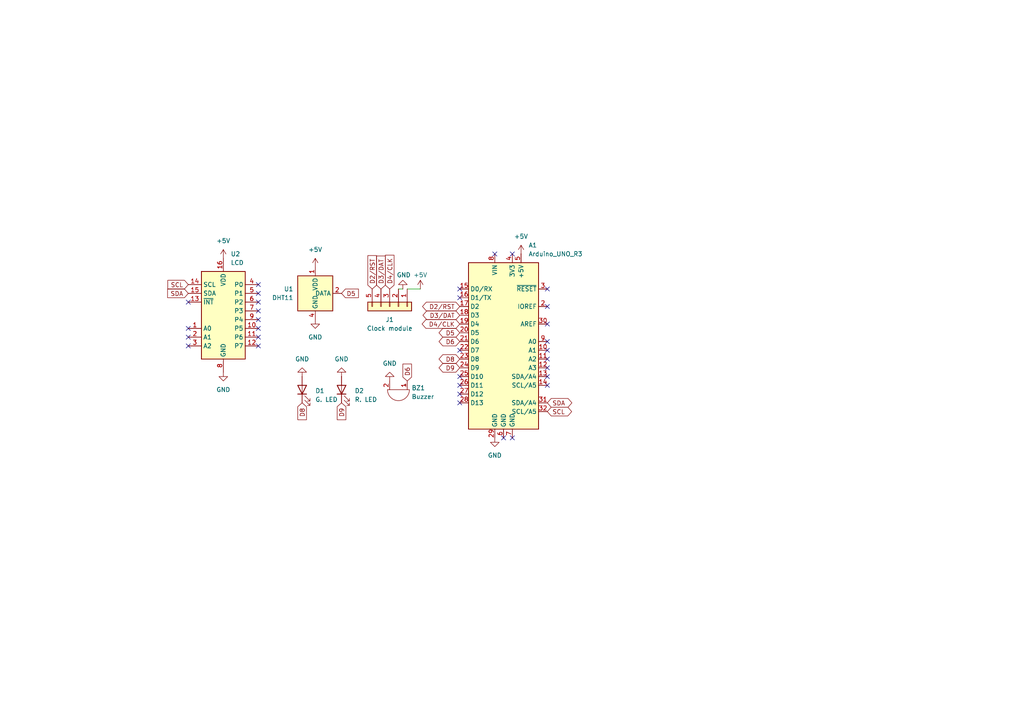
<source format=kicad_sch>
(kicad_sch
	(version 20250114)
	(generator "eeschema")
	(generator_version "9.0")
	(uuid "ac694b95-b26f-4096-a207-e68e4f432010")
	(paper "A4")
	(lib_symbols
		(symbol "Connector_Generic:Conn_01x05"
			(pin_names
				(offset 1.016)
				(hide yes)
			)
			(exclude_from_sim no)
			(in_bom yes)
			(on_board yes)
			(property "Reference" "J"
				(at 0 7.62 0)
				(effects
					(font
						(size 1.27 1.27)
					)
				)
			)
			(property "Value" "Conn_01x05"
				(at 0 -7.62 0)
				(effects
					(font
						(size 1.27 1.27)
					)
				)
			)
			(property "Footprint" ""
				(at 0 0 0)
				(effects
					(font
						(size 1.27 1.27)
					)
					(hide yes)
				)
			)
			(property "Datasheet" "~"
				(at 0 0 0)
				(effects
					(font
						(size 1.27 1.27)
					)
					(hide yes)
				)
			)
			(property "Description" "Generic connector, single row, 01x05, script generated (kicad-library-utils/schlib/autogen/connector/)"
				(at 0 0 0)
				(effects
					(font
						(size 1.27 1.27)
					)
					(hide yes)
				)
			)
			(property "ki_keywords" "connector"
				(at 0 0 0)
				(effects
					(font
						(size 1.27 1.27)
					)
					(hide yes)
				)
			)
			(property "ki_fp_filters" "Connector*:*_1x??_*"
				(at 0 0 0)
				(effects
					(font
						(size 1.27 1.27)
					)
					(hide yes)
				)
			)
			(symbol "Conn_01x05_1_1"
				(rectangle
					(start -1.27 6.35)
					(end 1.27 -6.35)
					(stroke
						(width 0.254)
						(type default)
					)
					(fill
						(type background)
					)
				)
				(rectangle
					(start -1.27 5.207)
					(end 0 4.953)
					(stroke
						(width 0.1524)
						(type default)
					)
					(fill
						(type none)
					)
				)
				(rectangle
					(start -1.27 2.667)
					(end 0 2.413)
					(stroke
						(width 0.1524)
						(type default)
					)
					(fill
						(type none)
					)
				)
				(rectangle
					(start -1.27 0.127)
					(end 0 -0.127)
					(stroke
						(width 0.1524)
						(type default)
					)
					(fill
						(type none)
					)
				)
				(rectangle
					(start -1.27 -2.413)
					(end 0 -2.667)
					(stroke
						(width 0.1524)
						(type default)
					)
					(fill
						(type none)
					)
				)
				(rectangle
					(start -1.27 -4.953)
					(end 0 -5.207)
					(stroke
						(width 0.1524)
						(type default)
					)
					(fill
						(type none)
					)
				)
				(pin passive line
					(at -5.08 5.08 0)
					(length 3.81)
					(name "Pin_1"
						(effects
							(font
								(size 1.27 1.27)
							)
						)
					)
					(number "1"
						(effects
							(font
								(size 1.27 1.27)
							)
						)
					)
				)
				(pin passive line
					(at -5.08 2.54 0)
					(length 3.81)
					(name "Pin_2"
						(effects
							(font
								(size 1.27 1.27)
							)
						)
					)
					(number "2"
						(effects
							(font
								(size 1.27 1.27)
							)
						)
					)
				)
				(pin passive line
					(at -5.08 0 0)
					(length 3.81)
					(name "Pin_3"
						(effects
							(font
								(size 1.27 1.27)
							)
						)
					)
					(number "3"
						(effects
							(font
								(size 1.27 1.27)
							)
						)
					)
				)
				(pin passive line
					(at -5.08 -2.54 0)
					(length 3.81)
					(name "Pin_4"
						(effects
							(font
								(size 1.27 1.27)
							)
						)
					)
					(number "4"
						(effects
							(font
								(size 1.27 1.27)
							)
						)
					)
				)
				(pin passive line
					(at -5.08 -5.08 0)
					(length 3.81)
					(name "Pin_5"
						(effects
							(font
								(size 1.27 1.27)
							)
						)
					)
					(number "5"
						(effects
							(font
								(size 1.27 1.27)
							)
						)
					)
				)
			)
			(embedded_fonts no)
		)
		(symbol "Device:Buzzer"
			(pin_names
				(offset 0.0254)
				(hide yes)
			)
			(exclude_from_sim no)
			(in_bom yes)
			(on_board yes)
			(property "Reference" "BZ"
				(at 3.81 1.27 0)
				(effects
					(font
						(size 1.27 1.27)
					)
					(justify left)
				)
			)
			(property "Value" "Buzzer"
				(at 3.81 -1.27 0)
				(effects
					(font
						(size 1.27 1.27)
					)
					(justify left)
				)
			)
			(property "Footprint" ""
				(at -0.635 2.54 90)
				(effects
					(font
						(size 1.27 1.27)
					)
					(hide yes)
				)
			)
			(property "Datasheet" "~"
				(at -0.635 2.54 90)
				(effects
					(font
						(size 1.27 1.27)
					)
					(hide yes)
				)
			)
			(property "Description" "Buzzer, polarized"
				(at 0 0 0)
				(effects
					(font
						(size 1.27 1.27)
					)
					(hide yes)
				)
			)
			(property "ki_keywords" "quartz resonator ceramic"
				(at 0 0 0)
				(effects
					(font
						(size 1.27 1.27)
					)
					(hide yes)
				)
			)
			(property "ki_fp_filters" "*Buzzer*"
				(at 0 0 0)
				(effects
					(font
						(size 1.27 1.27)
					)
					(hide yes)
				)
			)
			(symbol "Buzzer_0_1"
				(polyline
					(pts
						(xy -1.651 1.905) (xy -1.143 1.905)
					)
					(stroke
						(width 0)
						(type default)
					)
					(fill
						(type none)
					)
				)
				(polyline
					(pts
						(xy -1.397 2.159) (xy -1.397 1.651)
					)
					(stroke
						(width 0)
						(type default)
					)
					(fill
						(type none)
					)
				)
				(arc
					(start 0 3.175)
					(mid 3.1612 0)
					(end 0 -3.175)
					(stroke
						(width 0)
						(type default)
					)
					(fill
						(type none)
					)
				)
				(polyline
					(pts
						(xy 0 3.175) (xy 0 -3.175)
					)
					(stroke
						(width 0)
						(type default)
					)
					(fill
						(type none)
					)
				)
			)
			(symbol "Buzzer_1_1"
				(pin passive line
					(at -2.54 2.54 0)
					(length 2.54)
					(name "+"
						(effects
							(font
								(size 1.27 1.27)
							)
						)
					)
					(number "1"
						(effects
							(font
								(size 1.27 1.27)
							)
						)
					)
				)
				(pin passive line
					(at -2.54 -2.54 0)
					(length 2.54)
					(name "-"
						(effects
							(font
								(size 1.27 1.27)
							)
						)
					)
					(number "2"
						(effects
							(font
								(size 1.27 1.27)
							)
						)
					)
				)
			)
			(embedded_fonts no)
		)
		(symbol "Device:LED"
			(pin_numbers
				(hide yes)
			)
			(pin_names
				(offset 1.016)
				(hide yes)
			)
			(exclude_from_sim no)
			(in_bom yes)
			(on_board yes)
			(property "Reference" "D"
				(at 0 2.54 0)
				(effects
					(font
						(size 1.27 1.27)
					)
				)
			)
			(property "Value" "LED"
				(at 0 -2.54 0)
				(effects
					(font
						(size 1.27 1.27)
					)
				)
			)
			(property "Footprint" ""
				(at 0 0 0)
				(effects
					(font
						(size 1.27 1.27)
					)
					(hide yes)
				)
			)
			(property "Datasheet" "~"
				(at 0 0 0)
				(effects
					(font
						(size 1.27 1.27)
					)
					(hide yes)
				)
			)
			(property "Description" "Light emitting diode"
				(at 0 0 0)
				(effects
					(font
						(size 1.27 1.27)
					)
					(hide yes)
				)
			)
			(property "Sim.Pins" "1=K 2=A"
				(at 0 0 0)
				(effects
					(font
						(size 1.27 1.27)
					)
					(hide yes)
				)
			)
			(property "ki_keywords" "LED diode"
				(at 0 0 0)
				(effects
					(font
						(size 1.27 1.27)
					)
					(hide yes)
				)
			)
			(property "ki_fp_filters" "LED* LED_SMD:* LED_THT:*"
				(at 0 0 0)
				(effects
					(font
						(size 1.27 1.27)
					)
					(hide yes)
				)
			)
			(symbol "LED_0_1"
				(polyline
					(pts
						(xy -3.048 -0.762) (xy -4.572 -2.286) (xy -3.81 -2.286) (xy -4.572 -2.286) (xy -4.572 -1.524)
					)
					(stroke
						(width 0)
						(type default)
					)
					(fill
						(type none)
					)
				)
				(polyline
					(pts
						(xy -1.778 -0.762) (xy -3.302 -2.286) (xy -2.54 -2.286) (xy -3.302 -2.286) (xy -3.302 -1.524)
					)
					(stroke
						(width 0)
						(type default)
					)
					(fill
						(type none)
					)
				)
				(polyline
					(pts
						(xy -1.27 0) (xy 1.27 0)
					)
					(stroke
						(width 0)
						(type default)
					)
					(fill
						(type none)
					)
				)
				(polyline
					(pts
						(xy -1.27 -1.27) (xy -1.27 1.27)
					)
					(stroke
						(width 0.254)
						(type default)
					)
					(fill
						(type none)
					)
				)
				(polyline
					(pts
						(xy 1.27 -1.27) (xy 1.27 1.27) (xy -1.27 0) (xy 1.27 -1.27)
					)
					(stroke
						(width 0.254)
						(type default)
					)
					(fill
						(type none)
					)
				)
			)
			(symbol "LED_1_1"
				(pin passive line
					(at -3.81 0 0)
					(length 2.54)
					(name "K"
						(effects
							(font
								(size 1.27 1.27)
							)
						)
					)
					(number "1"
						(effects
							(font
								(size 1.27 1.27)
							)
						)
					)
				)
				(pin passive line
					(at 3.81 0 180)
					(length 2.54)
					(name "A"
						(effects
							(font
								(size 1.27 1.27)
							)
						)
					)
					(number "2"
						(effects
							(font
								(size 1.27 1.27)
							)
						)
					)
				)
			)
			(embedded_fonts no)
		)
		(symbol "Interface_Expansion:PCF8574AP"
			(exclude_from_sim no)
			(in_bom yes)
			(on_board yes)
			(property "Reference" "U"
				(at -6.35 12.954 0)
				(effects
					(font
						(size 1.27 1.27)
					)
					(justify left)
				)
			)
			(property "Value" "PCF8574AP"
				(at 3.048 12.954 0)
				(effects
					(font
						(size 1.27 1.27)
					)
					(justify left)
				)
			)
			(property "Footprint" "Package_DIP:DIP-16_W7.62mm"
				(at 0 0 0)
				(effects
					(font
						(size 1.27 1.27)
					)
					(hide yes)
				)
			)
			(property "Datasheet" "http://www.nxp.com/docs/en/data-sheet/PCF8574_PCF8574A.pdf"
				(at 0 0 0)
				(effects
					(font
						(size 1.27 1.27)
					)
					(hide yes)
				)
			)
			(property "Description" "8 Bit Port/Expander to I2C Bus, fixed address bits 0b0111, DIP-16"
				(at 0 0 0)
				(effects
					(font
						(size 1.27 1.27)
					)
					(hide yes)
				)
			)
			(property "ki_keywords" "I2C Expander"
				(at 0 0 0)
				(effects
					(font
						(size 1.27 1.27)
					)
					(hide yes)
				)
			)
			(property "ki_fp_filters" "DIP*W7.62mm*"
				(at 0 0 0)
				(effects
					(font
						(size 1.27 1.27)
					)
					(hide yes)
				)
			)
			(symbol "PCF8574AP_0_1"
				(rectangle
					(start -6.35 -13.97)
					(end 6.35 11.43)
					(stroke
						(width 0.254)
						(type default)
					)
					(fill
						(type background)
					)
				)
			)
			(symbol "PCF8574AP_1_1"
				(pin input line
					(at -10.16 7.62 0)
					(length 3.81)
					(name "SCL"
						(effects
							(font
								(size 1.27 1.27)
							)
						)
					)
					(number "14"
						(effects
							(font
								(size 1.27 1.27)
							)
						)
					)
				)
				(pin bidirectional line
					(at -10.16 5.08 0)
					(length 3.81)
					(name "SDA"
						(effects
							(font
								(size 1.27 1.27)
							)
						)
					)
					(number "15"
						(effects
							(font
								(size 1.27 1.27)
							)
						)
					)
				)
				(pin open_collector line
					(at -10.16 2.54 0)
					(length 3.81)
					(name "~{INT}"
						(effects
							(font
								(size 1.27 1.27)
							)
						)
					)
					(number "13"
						(effects
							(font
								(size 1.27 1.27)
							)
						)
					)
				)
				(pin input line
					(at -10.16 -5.08 0)
					(length 3.81)
					(name "A0"
						(effects
							(font
								(size 1.27 1.27)
							)
						)
					)
					(number "1"
						(effects
							(font
								(size 1.27 1.27)
							)
						)
					)
				)
				(pin input line
					(at -10.16 -7.62 0)
					(length 3.81)
					(name "A1"
						(effects
							(font
								(size 1.27 1.27)
							)
						)
					)
					(number "2"
						(effects
							(font
								(size 1.27 1.27)
							)
						)
					)
				)
				(pin input line
					(at -10.16 -10.16 0)
					(length 3.81)
					(name "A2"
						(effects
							(font
								(size 1.27 1.27)
							)
						)
					)
					(number "3"
						(effects
							(font
								(size 1.27 1.27)
							)
						)
					)
				)
				(pin power_in line
					(at 0 15.24 270)
					(length 3.81)
					(name "VDD"
						(effects
							(font
								(size 1.27 1.27)
							)
						)
					)
					(number "16"
						(effects
							(font
								(size 1.27 1.27)
							)
						)
					)
				)
				(pin power_in line
					(at 0 -17.78 90)
					(length 3.81)
					(name "GND"
						(effects
							(font
								(size 1.27 1.27)
							)
						)
					)
					(number "8"
						(effects
							(font
								(size 1.27 1.27)
							)
						)
					)
				)
				(pin bidirectional line
					(at 10.16 7.62 180)
					(length 3.81)
					(name "P0"
						(effects
							(font
								(size 1.27 1.27)
							)
						)
					)
					(number "4"
						(effects
							(font
								(size 1.27 1.27)
							)
						)
					)
				)
				(pin bidirectional line
					(at 10.16 5.08 180)
					(length 3.81)
					(name "P1"
						(effects
							(font
								(size 1.27 1.27)
							)
						)
					)
					(number "5"
						(effects
							(font
								(size 1.27 1.27)
							)
						)
					)
				)
				(pin bidirectional line
					(at 10.16 2.54 180)
					(length 3.81)
					(name "P2"
						(effects
							(font
								(size 1.27 1.27)
							)
						)
					)
					(number "6"
						(effects
							(font
								(size 1.27 1.27)
							)
						)
					)
				)
				(pin bidirectional line
					(at 10.16 0 180)
					(length 3.81)
					(name "P3"
						(effects
							(font
								(size 1.27 1.27)
							)
						)
					)
					(number "7"
						(effects
							(font
								(size 1.27 1.27)
							)
						)
					)
				)
				(pin bidirectional line
					(at 10.16 -2.54 180)
					(length 3.81)
					(name "P4"
						(effects
							(font
								(size 1.27 1.27)
							)
						)
					)
					(number "9"
						(effects
							(font
								(size 1.27 1.27)
							)
						)
					)
				)
				(pin bidirectional line
					(at 10.16 -5.08 180)
					(length 3.81)
					(name "P5"
						(effects
							(font
								(size 1.27 1.27)
							)
						)
					)
					(number "10"
						(effects
							(font
								(size 1.27 1.27)
							)
						)
					)
				)
				(pin bidirectional line
					(at 10.16 -7.62 180)
					(length 3.81)
					(name "P6"
						(effects
							(font
								(size 1.27 1.27)
							)
						)
					)
					(number "11"
						(effects
							(font
								(size 1.27 1.27)
							)
						)
					)
				)
				(pin bidirectional line
					(at 10.16 -10.16 180)
					(length 3.81)
					(name "P7"
						(effects
							(font
								(size 1.27 1.27)
							)
						)
					)
					(number "12"
						(effects
							(font
								(size 1.27 1.27)
							)
						)
					)
				)
			)
			(embedded_fonts no)
		)
		(symbol "MCU_Module:Arduino_UNO_R3"
			(exclude_from_sim no)
			(in_bom yes)
			(on_board yes)
			(property "Reference" "A"
				(at -10.16 23.495 0)
				(effects
					(font
						(size 1.27 1.27)
					)
					(justify left bottom)
				)
			)
			(property "Value" "Arduino_UNO_R3"
				(at 5.08 -26.67 0)
				(effects
					(font
						(size 1.27 1.27)
					)
					(justify left top)
				)
			)
			(property "Footprint" "Module:Arduino_UNO_R3"
				(at 0 0 0)
				(effects
					(font
						(size 1.27 1.27)
						(italic yes)
					)
					(hide yes)
				)
			)
			(property "Datasheet" "https://www.arduino.cc/en/Main/arduinoBoardUno"
				(at 0 0 0)
				(effects
					(font
						(size 1.27 1.27)
					)
					(hide yes)
				)
			)
			(property "Description" "Arduino UNO Microcontroller Module, release 3"
				(at 0 0 0)
				(effects
					(font
						(size 1.27 1.27)
					)
					(hide yes)
				)
			)
			(property "ki_keywords" "Arduino UNO R3 Microcontroller Module Atmel AVR USB"
				(at 0 0 0)
				(effects
					(font
						(size 1.27 1.27)
					)
					(hide yes)
				)
			)
			(property "ki_fp_filters" "Arduino*UNO*R3*"
				(at 0 0 0)
				(effects
					(font
						(size 1.27 1.27)
					)
					(hide yes)
				)
			)
			(symbol "Arduino_UNO_R3_0_1"
				(rectangle
					(start -10.16 22.86)
					(end 10.16 -25.4)
					(stroke
						(width 0.254)
						(type default)
					)
					(fill
						(type background)
					)
				)
			)
			(symbol "Arduino_UNO_R3_1_1"
				(pin bidirectional line
					(at -12.7 15.24 0)
					(length 2.54)
					(name "D0/RX"
						(effects
							(font
								(size 1.27 1.27)
							)
						)
					)
					(number "15"
						(effects
							(font
								(size 1.27 1.27)
							)
						)
					)
				)
				(pin bidirectional line
					(at -12.7 12.7 0)
					(length 2.54)
					(name "D1/TX"
						(effects
							(font
								(size 1.27 1.27)
							)
						)
					)
					(number "16"
						(effects
							(font
								(size 1.27 1.27)
							)
						)
					)
				)
				(pin bidirectional line
					(at -12.7 10.16 0)
					(length 2.54)
					(name "D2"
						(effects
							(font
								(size 1.27 1.27)
							)
						)
					)
					(number "17"
						(effects
							(font
								(size 1.27 1.27)
							)
						)
					)
				)
				(pin bidirectional line
					(at -12.7 7.62 0)
					(length 2.54)
					(name "D3"
						(effects
							(font
								(size 1.27 1.27)
							)
						)
					)
					(number "18"
						(effects
							(font
								(size 1.27 1.27)
							)
						)
					)
				)
				(pin bidirectional line
					(at -12.7 5.08 0)
					(length 2.54)
					(name "D4"
						(effects
							(font
								(size 1.27 1.27)
							)
						)
					)
					(number "19"
						(effects
							(font
								(size 1.27 1.27)
							)
						)
					)
				)
				(pin bidirectional line
					(at -12.7 2.54 0)
					(length 2.54)
					(name "D5"
						(effects
							(font
								(size 1.27 1.27)
							)
						)
					)
					(number "20"
						(effects
							(font
								(size 1.27 1.27)
							)
						)
					)
				)
				(pin bidirectional line
					(at -12.7 0 0)
					(length 2.54)
					(name "D6"
						(effects
							(font
								(size 1.27 1.27)
							)
						)
					)
					(number "21"
						(effects
							(font
								(size 1.27 1.27)
							)
						)
					)
				)
				(pin bidirectional line
					(at -12.7 -2.54 0)
					(length 2.54)
					(name "D7"
						(effects
							(font
								(size 1.27 1.27)
							)
						)
					)
					(number "22"
						(effects
							(font
								(size 1.27 1.27)
							)
						)
					)
				)
				(pin bidirectional line
					(at -12.7 -5.08 0)
					(length 2.54)
					(name "D8"
						(effects
							(font
								(size 1.27 1.27)
							)
						)
					)
					(number "23"
						(effects
							(font
								(size 1.27 1.27)
							)
						)
					)
				)
				(pin bidirectional line
					(at -12.7 -7.62 0)
					(length 2.54)
					(name "D9"
						(effects
							(font
								(size 1.27 1.27)
							)
						)
					)
					(number "24"
						(effects
							(font
								(size 1.27 1.27)
							)
						)
					)
				)
				(pin bidirectional line
					(at -12.7 -10.16 0)
					(length 2.54)
					(name "D10"
						(effects
							(font
								(size 1.27 1.27)
							)
						)
					)
					(number "25"
						(effects
							(font
								(size 1.27 1.27)
							)
						)
					)
				)
				(pin bidirectional line
					(at -12.7 -12.7 0)
					(length 2.54)
					(name "D11"
						(effects
							(font
								(size 1.27 1.27)
							)
						)
					)
					(number "26"
						(effects
							(font
								(size 1.27 1.27)
							)
						)
					)
				)
				(pin bidirectional line
					(at -12.7 -15.24 0)
					(length 2.54)
					(name "D12"
						(effects
							(font
								(size 1.27 1.27)
							)
						)
					)
					(number "27"
						(effects
							(font
								(size 1.27 1.27)
							)
						)
					)
				)
				(pin bidirectional line
					(at -12.7 -17.78 0)
					(length 2.54)
					(name "D13"
						(effects
							(font
								(size 1.27 1.27)
							)
						)
					)
					(number "28"
						(effects
							(font
								(size 1.27 1.27)
							)
						)
					)
				)
				(pin no_connect line
					(at -10.16 -20.32 0)
					(length 2.54)
					(hide yes)
					(name "NC"
						(effects
							(font
								(size 1.27 1.27)
							)
						)
					)
					(number "1"
						(effects
							(font
								(size 1.27 1.27)
							)
						)
					)
				)
				(pin power_in line
					(at -2.54 25.4 270)
					(length 2.54)
					(name "VIN"
						(effects
							(font
								(size 1.27 1.27)
							)
						)
					)
					(number "8"
						(effects
							(font
								(size 1.27 1.27)
							)
						)
					)
				)
				(pin power_in line
					(at -2.54 -27.94 90)
					(length 2.54)
					(name "GND"
						(effects
							(font
								(size 1.27 1.27)
							)
						)
					)
					(number "29"
						(effects
							(font
								(size 1.27 1.27)
							)
						)
					)
				)
				(pin power_in line
					(at 0 -27.94 90)
					(length 2.54)
					(name "GND"
						(effects
							(font
								(size 1.27 1.27)
							)
						)
					)
					(number "6"
						(effects
							(font
								(size 1.27 1.27)
							)
						)
					)
				)
				(pin power_out line
					(at 2.54 25.4 270)
					(length 2.54)
					(name "3V3"
						(effects
							(font
								(size 1.27 1.27)
							)
						)
					)
					(number "4"
						(effects
							(font
								(size 1.27 1.27)
							)
						)
					)
				)
				(pin power_in line
					(at 2.54 -27.94 90)
					(length 2.54)
					(name "GND"
						(effects
							(font
								(size 1.27 1.27)
							)
						)
					)
					(number "7"
						(effects
							(font
								(size 1.27 1.27)
							)
						)
					)
				)
				(pin power_out line
					(at 5.08 25.4 270)
					(length 2.54)
					(name "+5V"
						(effects
							(font
								(size 1.27 1.27)
							)
						)
					)
					(number "5"
						(effects
							(font
								(size 1.27 1.27)
							)
						)
					)
				)
				(pin input line
					(at 12.7 15.24 180)
					(length 2.54)
					(name "~{RESET}"
						(effects
							(font
								(size 1.27 1.27)
							)
						)
					)
					(number "3"
						(effects
							(font
								(size 1.27 1.27)
							)
						)
					)
				)
				(pin output line
					(at 12.7 10.16 180)
					(length 2.54)
					(name "IOREF"
						(effects
							(font
								(size 1.27 1.27)
							)
						)
					)
					(number "2"
						(effects
							(font
								(size 1.27 1.27)
							)
						)
					)
				)
				(pin input line
					(at 12.7 5.08 180)
					(length 2.54)
					(name "AREF"
						(effects
							(font
								(size 1.27 1.27)
							)
						)
					)
					(number "30"
						(effects
							(font
								(size 1.27 1.27)
							)
						)
					)
				)
				(pin bidirectional line
					(at 12.7 0 180)
					(length 2.54)
					(name "A0"
						(effects
							(font
								(size 1.27 1.27)
							)
						)
					)
					(number "9"
						(effects
							(font
								(size 1.27 1.27)
							)
						)
					)
				)
				(pin bidirectional line
					(at 12.7 -2.54 180)
					(length 2.54)
					(name "A1"
						(effects
							(font
								(size 1.27 1.27)
							)
						)
					)
					(number "10"
						(effects
							(font
								(size 1.27 1.27)
							)
						)
					)
				)
				(pin bidirectional line
					(at 12.7 -5.08 180)
					(length 2.54)
					(name "A2"
						(effects
							(font
								(size 1.27 1.27)
							)
						)
					)
					(number "11"
						(effects
							(font
								(size 1.27 1.27)
							)
						)
					)
				)
				(pin bidirectional line
					(at 12.7 -7.62 180)
					(length 2.54)
					(name "A3"
						(effects
							(font
								(size 1.27 1.27)
							)
						)
					)
					(number "12"
						(effects
							(font
								(size 1.27 1.27)
							)
						)
					)
				)
				(pin bidirectional line
					(at 12.7 -10.16 180)
					(length 2.54)
					(name "SDA/A4"
						(effects
							(font
								(size 1.27 1.27)
							)
						)
					)
					(number "13"
						(effects
							(font
								(size 1.27 1.27)
							)
						)
					)
				)
				(pin bidirectional line
					(at 12.7 -12.7 180)
					(length 2.54)
					(name "SCL/A5"
						(effects
							(font
								(size 1.27 1.27)
							)
						)
					)
					(number "14"
						(effects
							(font
								(size 1.27 1.27)
							)
						)
					)
				)
				(pin bidirectional line
					(at 12.7 -17.78 180)
					(length 2.54)
					(name "SDA/A4"
						(effects
							(font
								(size 1.27 1.27)
							)
						)
					)
					(number "31"
						(effects
							(font
								(size 1.27 1.27)
							)
						)
					)
				)
				(pin bidirectional line
					(at 12.7 -20.32 180)
					(length 2.54)
					(name "SCL/A5"
						(effects
							(font
								(size 1.27 1.27)
							)
						)
					)
					(number "32"
						(effects
							(font
								(size 1.27 1.27)
							)
						)
					)
				)
			)
			(embedded_fonts no)
		)
		(symbol "Sensor:DHT11"
			(exclude_from_sim no)
			(in_bom yes)
			(on_board yes)
			(property "Reference" "U"
				(at -3.81 6.35 0)
				(effects
					(font
						(size 1.27 1.27)
					)
				)
			)
			(property "Value" "DHT11"
				(at 3.81 6.35 0)
				(effects
					(font
						(size 1.27 1.27)
					)
				)
			)
			(property "Footprint" "Sensor:Aosong_DHT11_5.5x12.0_P2.54mm"
				(at 0 -10.16 0)
				(effects
					(font
						(size 1.27 1.27)
					)
					(hide yes)
				)
			)
			(property "Datasheet" "http://akizukidenshi.com/download/ds/aosong/DHT11.pdf"
				(at 3.81 6.35 0)
				(effects
					(font
						(size 1.27 1.27)
					)
					(hide yes)
				)
			)
			(property "Description" "3.3V to 5.5V, temperature and humidity module, DHT11"
				(at 0 0 0)
				(effects
					(font
						(size 1.27 1.27)
					)
					(hide yes)
				)
			)
			(property "ki_keywords" "digital sensor"
				(at 0 0 0)
				(effects
					(font
						(size 1.27 1.27)
					)
					(hide yes)
				)
			)
			(property "ki_fp_filters" "Aosong*DHT11*5.5x12.0*P2.54mm*"
				(at 0 0 0)
				(effects
					(font
						(size 1.27 1.27)
					)
					(hide yes)
				)
			)
			(symbol "DHT11_0_1"
				(rectangle
					(start -5.08 5.08)
					(end 5.08 -5.08)
					(stroke
						(width 0.254)
						(type default)
					)
					(fill
						(type background)
					)
				)
			)
			(symbol "DHT11_1_1"
				(pin no_connect line
					(at -5.08 0 0)
					(length 2.54)
					(hide yes)
					(name "NC"
						(effects
							(font
								(size 1.27 1.27)
							)
						)
					)
					(number "3"
						(effects
							(font
								(size 1.27 1.27)
							)
						)
					)
				)
				(pin power_in line
					(at 0 7.62 270)
					(length 2.54)
					(name "VDD"
						(effects
							(font
								(size 1.27 1.27)
							)
						)
					)
					(number "1"
						(effects
							(font
								(size 1.27 1.27)
							)
						)
					)
				)
				(pin power_in line
					(at 0 -7.62 90)
					(length 2.54)
					(name "GND"
						(effects
							(font
								(size 1.27 1.27)
							)
						)
					)
					(number "4"
						(effects
							(font
								(size 1.27 1.27)
							)
						)
					)
				)
				(pin bidirectional line
					(at 7.62 0 180)
					(length 2.54)
					(name "DATA"
						(effects
							(font
								(size 1.27 1.27)
							)
						)
					)
					(number "2"
						(effects
							(font
								(size 1.27 1.27)
							)
						)
					)
				)
			)
			(embedded_fonts no)
		)
		(symbol "power:+5V"
			(power)
			(pin_numbers
				(hide yes)
			)
			(pin_names
				(offset 0)
				(hide yes)
			)
			(exclude_from_sim no)
			(in_bom yes)
			(on_board yes)
			(property "Reference" "#PWR"
				(at 0 -3.81 0)
				(effects
					(font
						(size 1.27 1.27)
					)
					(hide yes)
				)
			)
			(property "Value" "+5V"
				(at 0 3.556 0)
				(effects
					(font
						(size 1.27 1.27)
					)
				)
			)
			(property "Footprint" ""
				(at 0 0 0)
				(effects
					(font
						(size 1.27 1.27)
					)
					(hide yes)
				)
			)
			(property "Datasheet" ""
				(at 0 0 0)
				(effects
					(font
						(size 1.27 1.27)
					)
					(hide yes)
				)
			)
			(property "Description" "Power symbol creates a global label with name \"+5V\""
				(at 0 0 0)
				(effects
					(font
						(size 1.27 1.27)
					)
					(hide yes)
				)
			)
			(property "ki_keywords" "global power"
				(at 0 0 0)
				(effects
					(font
						(size 1.27 1.27)
					)
					(hide yes)
				)
			)
			(symbol "+5V_0_1"
				(polyline
					(pts
						(xy -0.762 1.27) (xy 0 2.54)
					)
					(stroke
						(width 0)
						(type default)
					)
					(fill
						(type none)
					)
				)
				(polyline
					(pts
						(xy 0 2.54) (xy 0.762 1.27)
					)
					(stroke
						(width 0)
						(type default)
					)
					(fill
						(type none)
					)
				)
				(polyline
					(pts
						(xy 0 0) (xy 0 2.54)
					)
					(stroke
						(width 0)
						(type default)
					)
					(fill
						(type none)
					)
				)
			)
			(symbol "+5V_1_1"
				(pin power_in line
					(at 0 0 90)
					(length 0)
					(name "~"
						(effects
							(font
								(size 1.27 1.27)
							)
						)
					)
					(number "1"
						(effects
							(font
								(size 1.27 1.27)
							)
						)
					)
				)
			)
			(embedded_fonts no)
		)
		(symbol "power:GND"
			(power)
			(pin_numbers
				(hide yes)
			)
			(pin_names
				(offset 0)
				(hide yes)
			)
			(exclude_from_sim no)
			(in_bom yes)
			(on_board yes)
			(property "Reference" "#PWR"
				(at 0 -6.35 0)
				(effects
					(font
						(size 1.27 1.27)
					)
					(hide yes)
				)
			)
			(property "Value" "GND"
				(at 0 -3.81 0)
				(effects
					(font
						(size 1.27 1.27)
					)
				)
			)
			(property "Footprint" ""
				(at 0 0 0)
				(effects
					(font
						(size 1.27 1.27)
					)
					(hide yes)
				)
			)
			(property "Datasheet" ""
				(at 0 0 0)
				(effects
					(font
						(size 1.27 1.27)
					)
					(hide yes)
				)
			)
			(property "Description" "Power symbol creates a global label with name \"GND\" , ground"
				(at 0 0 0)
				(effects
					(font
						(size 1.27 1.27)
					)
					(hide yes)
				)
			)
			(property "ki_keywords" "global power"
				(at 0 0 0)
				(effects
					(font
						(size 1.27 1.27)
					)
					(hide yes)
				)
			)
			(symbol "GND_0_1"
				(polyline
					(pts
						(xy 0 0) (xy 0 -1.27) (xy 1.27 -1.27) (xy 0 -2.54) (xy -1.27 -1.27) (xy 0 -1.27)
					)
					(stroke
						(width 0)
						(type default)
					)
					(fill
						(type none)
					)
				)
			)
			(symbol "GND_1_1"
				(pin power_in line
					(at 0 0 270)
					(length 0)
					(name "~"
						(effects
							(font
								(size 1.27 1.27)
							)
						)
					)
					(number "1"
						(effects
							(font
								(size 1.27 1.27)
							)
						)
					)
				)
			)
			(embedded_fonts no)
		)
	)
	(no_connect
		(at 148.59 127)
		(uuid "03a0a320-a25c-4d42-8e2a-37b405a9a7e3")
	)
	(no_connect
		(at 158.75 93.98)
		(uuid "0e28dca3-8321-462f-9405-9ac324438bf3")
	)
	(no_connect
		(at 74.93 85.09)
		(uuid "169c1fcb-bbb0-47f5-9ebe-703e8854dd0b")
	)
	(no_connect
		(at 133.35 101.6)
		(uuid "1ca3aedb-0307-43f8-84f8-b513364b0e1b")
	)
	(no_connect
		(at 74.93 87.63)
		(uuid "35cd7ccd-1bc5-4d8b-a7de-0dcef4416cc9")
	)
	(no_connect
		(at 133.35 111.76)
		(uuid "3cec4671-cfde-478e-bbd4-ab6b0ad980c5")
	)
	(no_connect
		(at 54.61 87.63)
		(uuid "44dee0a8-273b-42a8-b376-856a62477888")
	)
	(no_connect
		(at 158.75 104.14)
		(uuid "591eb936-81f5-4aa9-ae31-f8c81fad37be")
	)
	(no_connect
		(at 54.61 95.25)
		(uuid "605b0d2c-1b80-45b4-b60d-2d4884427075")
	)
	(no_connect
		(at 74.93 82.55)
		(uuid "6451b93d-2106-46b4-b2d0-e91fdb1ca24f")
	)
	(no_connect
		(at 133.35 86.36)
		(uuid "67e9886e-2c22-4bf3-9111-36778adbc3e1")
	)
	(no_connect
		(at 148.59 73.66)
		(uuid "6cec11b8-9be1-4b61-8bde-6dca67bb450c")
	)
	(no_connect
		(at 133.35 116.84)
		(uuid "7b690fa1-42f3-47ee-a743-3bdcc60c04d2")
	)
	(no_connect
		(at 133.35 83.82)
		(uuid "7baef95c-fd3e-4476-a227-9d048128e815")
	)
	(no_connect
		(at 74.93 90.17)
		(uuid "8080c303-2193-4fa4-9915-626759e8da7e")
	)
	(no_connect
		(at 146.05 127)
		(uuid "86fd53d1-363c-48c3-972c-ca53fbb371d4")
	)
	(no_connect
		(at 74.93 95.25)
		(uuid "8b7019d2-9a80-438c-b5dc-d83ab7f64007")
	)
	(no_connect
		(at 158.75 88.9)
		(uuid "8b939c2b-8090-41a7-b16d-9fb23a62c70d")
	)
	(no_connect
		(at 158.75 101.6)
		(uuid "a6295abd-f5b9-42f1-acbc-2eb14e555c53")
	)
	(no_connect
		(at 133.35 114.3)
		(uuid "b0e9aa6e-c848-494d-92ce-13e1fe754281")
	)
	(no_connect
		(at 158.75 111.76)
		(uuid "b4392802-6b5c-455e-8cd7-776ba01ce7fe")
	)
	(no_connect
		(at 158.75 83.82)
		(uuid "ba537012-5535-482c-b5e3-2461d8e93020")
	)
	(no_connect
		(at 158.75 109.22)
		(uuid "bbe4b029-c7c0-45be-a72d-4db1db88b551")
	)
	(no_connect
		(at 74.93 100.33)
		(uuid "bf6cc7c3-cd3e-457c-9212-fcc0c794b180")
	)
	(no_connect
		(at 54.61 100.33)
		(uuid "c27123bd-56e3-484a-a4e6-68ba2eecf827")
	)
	(no_connect
		(at 74.93 92.71)
		(uuid "c7a3d158-0609-4794-98f2-8560b95a206f")
	)
	(no_connect
		(at 54.61 97.79)
		(uuid "cc6952cb-eeb3-4d78-9cd9-6c845a441fa7")
	)
	(no_connect
		(at 158.75 106.68)
		(uuid "d15914c8-0fee-4cef-aa5e-a37ea4d90531")
	)
	(no_connect
		(at 143.51 73.66)
		(uuid "df2c884b-17b6-4737-ad81-c4dfb1e462cb")
	)
	(no_connect
		(at 158.75 99.06)
		(uuid "ee7f1377-2ba5-4f40-b916-c465a89922b7")
	)
	(no_connect
		(at 133.35 109.22)
		(uuid "fb876734-dbf5-4898-a9e4-7789dd6d2326")
	)
	(no_connect
		(at 74.93 97.79)
		(uuid "ff2771a1-4d9d-491c-b818-934e98914379")
	)
	(wire
		(pts
			(xy 121.92 83.82) (xy 118.11 83.82)
		)
		(stroke
			(width 0)
			(type default)
		)
		(uuid "2f63cb78-6284-4b3c-975f-617a4843b11c")
	)
	(wire
		(pts
			(xy 116.84 83.82) (xy 115.57 83.82)
		)
		(stroke
			(width 0)
			(type default)
		)
		(uuid "e849efe4-32b3-4cc1-8b86-16efb27c9617")
	)
	(global_label "D5"
		(shape bidirectional)
		(at 133.35 96.52 180)
		(effects
			(font
				(size 1.27 1.27)
			)
			(justify right)
		)
		(uuid "378021c1-0872-49c4-9cc3-8bcfe0587778")
		(property "Intersheetrefs" "${INTERSHEET_REFS}"
			(at 133.35 96.52 0)
			(effects
				(font
					(size 1.27 1.27)
				)
				(hide yes)
			)
		)
	)
	(global_label "D4{slash}CLK"
		(shape input)
		(at 113.03 83.82 90)
		(fields_autoplaced yes)
		(effects
			(font
				(size 1.27 1.27)
			)
			(justify left)
		)
		(uuid "3d637d7a-3c88-41ef-8c83-ec1619600166")
		(property "Intersheetrefs" "${INTERSHEET_REFS}"
			(at 113.03 73.4567 90)
			(effects
				(font
					(size 1.27 1.27)
				)
				(justify left)
				(hide yes)
			)
		)
	)
	(global_label "D8"
		(shape input)
		(at 87.63 116.84 270)
		(fields_autoplaced yes)
		(effects
			(font
				(size 1.27 1.27)
			)
			(justify right)
		)
		(uuid "401c2d05-69b2-4178-bbd4-4fc389f61672")
		(property "Intersheetrefs" "${INTERSHEET_REFS}"
			(at 87.63 122.3047 90)
			(effects
				(font
					(size 1.27 1.27)
				)
				(justify right)
				(hide yes)
			)
		)
	)
	(global_label "SCL"
		(shape bidirectional)
		(at 158.75 119.38 0)
		(effects
			(font
				(size 1.27 1.27)
			)
			(justify left)
		)
		(uuid "450330cd-3877-4cd0-8641-271812f40c14")
		(property "Intersheetrefs" "${INTERSHEET_REFS}"
			(at 158.75 119.38 0)
			(effects
				(font
					(size 1.27 1.27)
				)
				(hide yes)
			)
		)
	)
	(global_label "SDA"
		(shape input)
		(at 54.61 85.09 180)
		(fields_autoplaced yes)
		(effects
			(font
				(size 1.27 1.27)
			)
			(justify right)
		)
		(uuid "57c101f1-d29d-457c-b8b3-8d4c7e3b8ea0")
		(property "Intersheetrefs" "${INTERSHEET_REFS}"
			(at 48.0567 85.09 0)
			(effects
				(font
					(size 1.27 1.27)
				)
				(justify right)
				(hide yes)
			)
		)
	)
	(global_label "D9"
		(shape input)
		(at 99.06 116.84 270)
		(fields_autoplaced yes)
		(effects
			(font
				(size 1.27 1.27)
			)
			(justify right)
		)
		(uuid "5e94d6c5-d99f-44f5-96d1-b8d7aa9ac7f7")
		(property "Intersheetrefs" "${INTERSHEET_REFS}"
			(at 99.06 122.3047 90)
			(effects
				(font
					(size 1.27 1.27)
				)
				(justify right)
				(hide yes)
			)
		)
	)
	(global_label "D9"
		(shape bidirectional)
		(at 133.35 106.68 180)
		(effects
			(font
				(size 1.27 1.27)
			)
			(justify right)
		)
		(uuid "62d69279-ae4a-442f-b241-e2bfd609ddb7")
		(property "Intersheetrefs" "${INTERSHEET_REFS}"
			(at 133.35 106.68 0)
			(effects
				(font
					(size 1.27 1.27)
				)
				(hide yes)
			)
		)
	)
	(global_label "D5"
		(shape input)
		(at 99.06 85.09 0)
		(fields_autoplaced yes)
		(effects
			(font
				(size 1.27 1.27)
			)
			(justify left)
		)
		(uuid "636fc906-55e1-4a01-912e-36147295394c")
		(property "Intersheetrefs" "${INTERSHEET_REFS}"
			(at 104.5247 85.09 0)
			(effects
				(font
					(size 1.27 1.27)
				)
				(justify left)
				(hide yes)
			)
		)
	)
	(global_label "D2{slash}RST"
		(shape input)
		(at 107.95 83.82 90)
		(fields_autoplaced yes)
		(effects
			(font
				(size 1.27 1.27)
			)
			(justify left)
		)
		(uuid "68ea32d5-6659-4068-83d7-ea65c035efb2")
		(property "Intersheetrefs" "${INTERSHEET_REFS}"
			(at 107.95 73.5777 90)
			(effects
				(font
					(size 1.27 1.27)
				)
				(justify left)
				(hide yes)
			)
		)
	)
	(global_label "D3{slash}DAT"
		(shape bidirectional)
		(at 133.35 91.44 180)
		(effects
			(font
				(size 1.27 1.27)
			)
			(justify right)
		)
		(uuid "6d8ebc9e-bdac-4b6a-bede-70accbf5733b")
		(property "Intersheetrefs" "${INTERSHEET_REFS}"
			(at 133.35 91.44 0)
			(effects
				(font
					(size 1.27 1.27)
				)
				(hide yes)
			)
		)
	)
	(global_label "D6"
		(shape input)
		(at 118.11 110.49 90)
		(fields_autoplaced yes)
		(effects
			(font
				(size 1.27 1.27)
			)
			(justify left)
		)
		(uuid "71d5c52f-2f83-4402-b390-924eddf0e458")
		(property "Intersheetrefs" "${INTERSHEET_REFS}"
			(at 118.11 105.0253 90)
			(effects
				(font
					(size 1.27 1.27)
				)
				(justify left)
				(hide yes)
			)
		)
	)
	(global_label "D3{slash}DAT"
		(shape input)
		(at 110.49 83.82 90)
		(fields_autoplaced yes)
		(effects
			(font
				(size 1.27 1.27)
			)
			(justify left)
		)
		(uuid "84eb3ba9-78ce-4adb-ae49-20d63bc4f562")
		(property "Intersheetrefs" "${INTERSHEET_REFS}"
			(at 110.49 73.6986 90)
			(effects
				(font
					(size 1.27 1.27)
				)
				(justify left)
				(hide yes)
			)
		)
	)
	(global_label "SCL"
		(shape input)
		(at 54.61 82.55 180)
		(fields_autoplaced yes)
		(effects
			(font
				(size 1.27 1.27)
			)
			(justify right)
		)
		(uuid "8910d157-77d3-4a58-856a-9388e602199a")
		(property "Intersheetrefs" "${INTERSHEET_REFS}"
			(at 48.1172 82.55 0)
			(effects
				(font
					(size 1.27 1.27)
				)
				(justify right)
				(hide yes)
			)
		)
	)
	(global_label "D4{slash}CLK"
		(shape bidirectional)
		(at 133.35 93.98 180)
		(effects
			(font
				(size 1.27 1.27)
			)
			(justify right)
		)
		(uuid "a6203263-f8d4-4548-9168-44057377f315")
		(property "Intersheetrefs" "${INTERSHEET_REFS}"
			(at 133.35 93.98 0)
			(effects
				(font
					(size 1.27 1.27)
				)
				(hide yes)
			)
		)
	)
	(global_label "D8"
		(shape bidirectional)
		(at 133.35 104.14 180)
		(effects
			(font
				(size 1.27 1.27)
			)
			(justify right)
		)
		(uuid "cd6ab48d-fd64-4aa1-96fb-6f2d462c3482")
		(property "Intersheetrefs" "${INTERSHEET_REFS}"
			(at 133.35 104.14 0)
			(effects
				(font
					(size 1.27 1.27)
				)
				(hide yes)
			)
		)
	)
	(global_label "D2{slash}RST"
		(shape bidirectional)
		(at 133.35 88.9 180)
		(effects
			(font
				(size 1.27 1.27)
			)
			(justify right)
		)
		(uuid "cefd0c4c-aa0f-46bb-989e-137fbd52d3a8")
		(property "Intersheetrefs" "${INTERSHEET_REFS}"
			(at 133.35 88.9 0)
			(effects
				(font
					(size 1.27 1.27)
				)
				(hide yes)
			)
		)
	)
	(global_label "SDA"
		(shape bidirectional)
		(at 158.75 116.84 0)
		(effects
			(font
				(size 1.27 1.27)
			)
			(justify left)
		)
		(uuid "e46ee482-a10e-4c6f-9f1c-3c7bb5f0998e")
		(property "Intersheetrefs" "${INTERSHEET_REFS}"
			(at 158.75 116.84 0)
			(effects
				(font
					(size 1.27 1.27)
				)
				(hide yes)
			)
		)
	)
	(global_label "D6"
		(shape bidirectional)
		(at 133.35 99.06 180)
		(effects
			(font
				(size 1.27 1.27)
			)
			(justify right)
		)
		(uuid "ef915e2d-9c83-4282-b577-62af7c7177a9")
		(property "Intersheetrefs" "${INTERSHEET_REFS}"
			(at 133.35 99.06 0)
			(effects
				(font
					(size 1.27 1.27)
				)
				(hide yes)
			)
		)
	)
	(symbol
		(lib_id "power:GND")
		(at 99.06 109.22 180)
		(unit 1)
		(exclude_from_sim no)
		(in_bom yes)
		(on_board yes)
		(dnp no)
		(fields_autoplaced yes)
		(uuid "0339273e-a2df-488d-a6ea-39725621a2a5")
		(property "Reference" "#PWR06"
			(at 99.06 102.87 0)
			(effects
				(font
					(size 1.27 1.27)
				)
				(hide yes)
			)
		)
		(property "Value" "GND"
			(at 99.06 104.14 0)
			(effects
				(font
					(size 1.27 1.27)
				)
			)
		)
		(property "Footprint" ""
			(at 99.06 109.22 0)
			(effects
				(font
					(size 1.27 1.27)
				)
				(hide yes)
			)
		)
		(property "Datasheet" ""
			(at 99.06 109.22 0)
			(effects
				(font
					(size 1.27 1.27)
				)
				(hide yes)
			)
		)
		(property "Description" "Power symbol creates a global label with name \"GND\" , ground"
			(at 99.06 109.22 0)
			(effects
				(font
					(size 1.27 1.27)
				)
				(hide yes)
			)
		)
		(pin "1"
			(uuid "d1451fcc-531d-41eb-b8ef-d7af0ed25ffc")
		)
		(instances
			(project ""
				(path "/ac694b95-b26f-4096-a207-e68e4f432010"
					(reference "#PWR06")
					(unit 1)
				)
			)
		)
	)
	(symbol
		(lib_id "MCU_Module:Arduino_UNO_R3")
		(at 146.05 99.06 0)
		(unit 1)
		(exclude_from_sim no)
		(in_bom yes)
		(on_board yes)
		(dnp no)
		(fields_autoplaced yes)
		(uuid "0ffa2955-7817-4a63-b155-1dd2dfa50807")
		(property "Reference" "A1"
			(at 153.2733 71.12 0)
			(effects
				(font
					(size 1.27 1.27)
				)
				(justify left)
			)
		)
		(property "Value" "Arduino_UNO_R3"
			(at 153.2733 73.66 0)
			(effects
				(font
					(size 1.27 1.27)
				)
				(justify left)
			)
		)
		(property "Footprint" "Module:Arduino_UNO_R3"
			(at 146.05 99.06 0)
			(effects
				(font
					(size 1.27 1.27)
					(italic yes)
				)
				(hide yes)
			)
		)
		(property "Datasheet" "https://www.arduino.cc/en/Main/arduinoBoardUno"
			(at 146.05 99.06 0)
			(effects
				(font
					(size 1.27 1.27)
				)
				(hide yes)
			)
		)
		(property "Description" "Arduino UNO Microcontroller Module, release 3"
			(at 146.05 99.06 0)
			(effects
				(font
					(size 1.27 1.27)
				)
				(hide yes)
			)
		)
		(pin "24"
			(uuid "b74c7241-e8d9-4aba-bc5e-91ad01416313")
		)
		(pin "3"
			(uuid "f5fb07b7-5dbd-4438-a1e5-4e4be4070210")
		)
		(pin "8"
			(uuid "49dab148-6e62-48b0-baac-8d41a10400f6")
		)
		(pin "4"
			(uuid "313b4bd9-ec0e-4370-a66f-1b3fc175f8c3")
		)
		(pin "11"
			(uuid "3dcecca8-098b-43f4-a2b3-8ca84a5fa7b1")
		)
		(pin "16"
			(uuid "86fdb4f6-3492-4e85-8d4b-b23776eb73fa")
		)
		(pin "25"
			(uuid "6bc5116b-ee7b-4f1c-940b-d9789411d1f9")
		)
		(pin "20"
			(uuid "79128360-01f8-4aed-b308-9de4c31f8cf8")
		)
		(pin "23"
			(uuid "e571c332-db17-4043-a7b6-32c83de14eb3")
		)
		(pin "28"
			(uuid "1165af2c-c022-4fa0-b81d-543dee9f481e")
		)
		(pin "18"
			(uuid "93bc76b4-30bc-43f4-badb-b3f64db338b4")
		)
		(pin "27"
			(uuid "850a8e2c-46cb-4d8d-beca-59905dabb691")
		)
		(pin "7"
			(uuid "77576f18-d08e-4083-912a-2a77f2c51b95")
		)
		(pin "30"
			(uuid "426302bd-24b3-4c72-b0f1-be02c47d1c24")
		)
		(pin "15"
			(uuid "774d72d9-55a8-4927-a705-3ea3b2016e98")
		)
		(pin "1"
			(uuid "560e1d83-482d-4f42-8f47-71558f25ca60")
		)
		(pin "17"
			(uuid "8b40898d-9797-49ec-a3ca-23a4d19c6ff9")
		)
		(pin "6"
			(uuid "ffe8005f-514c-4c3e-b199-affb2494b978")
		)
		(pin "19"
			(uuid "3f2e00b9-1b30-4113-a561-985b8b06d842")
		)
		(pin "21"
			(uuid "84f6627e-4a35-4d32-8740-1115e92f642d")
		)
		(pin "26"
			(uuid "fae7da4f-3c3f-4434-9de6-7c38fa536655")
		)
		(pin "29"
			(uuid "33b6ab0d-6c07-45f9-819f-397d77d75fcb")
		)
		(pin "22"
			(uuid "d9cd03b4-b60a-47f1-931e-52fa6477a625")
		)
		(pin "5"
			(uuid "584af185-bc80-4c55-a868-2ca391797f2f")
		)
		(pin "2"
			(uuid "f3876bfa-d12f-48fe-9d9f-3ee4299f2384")
		)
		(pin "9"
			(uuid "169ac9bb-410f-48b7-b327-ca8df43e6178")
		)
		(pin "10"
			(uuid "57dd1161-e6c5-4afb-b7df-7a60e1082188")
		)
		(pin "13"
			(uuid "64ce6ca2-43f1-4a15-9360-dc49ce31fd08")
		)
		(pin "12"
			(uuid "e1bf5247-3e39-44d2-b56b-44251140008d")
		)
		(pin "14"
			(uuid "8217e098-8e94-41e5-bc0c-e245927a3203")
		)
		(pin "31"
			(uuid "13e13ccc-4257-4e61-a327-0876af75fa62")
		)
		(pin "32"
			(uuid "19b2bde0-2e90-4690-9a15-e34f388724e4")
		)
		(instances
			(project ""
				(path "/ac694b95-b26f-4096-a207-e68e4f432010"
					(reference "A1")
					(unit 1)
				)
			)
		)
	)
	(symbol
		(lib_id "Interface_Expansion:PCF8574AP")
		(at 64.77 90.17 0)
		(unit 1)
		(exclude_from_sim no)
		(in_bom yes)
		(on_board yes)
		(dnp no)
		(fields_autoplaced yes)
		(uuid "1d717a06-127d-4f6c-aa80-2f1ec62e2749")
		(property "Reference" "U2"
			(at 66.9133 73.66 0)
			(effects
				(font
					(size 1.27 1.27)
				)
				(justify left)
			)
		)
		(property "Value" "LCD"
			(at 66.9133 76.2 0)
			(effects
				(font
					(size 1.27 1.27)
				)
				(justify left)
			)
		)
		(property "Footprint" "Package_DIP:DIP-16_W7.62mm"
			(at 64.77 90.17 0)
			(effects
				(font
					(size 1.27 1.27)
				)
				(hide yes)
			)
		)
		(property "Datasheet" "http://www.nxp.com/docs/en/data-sheet/PCF8574_PCF8574A.pdf"
			(at 64.77 90.17 0)
			(effects
				(font
					(size 1.27 1.27)
				)
				(hide yes)
			)
		)
		(property "Description" "8 Bit Port/Expander to I2C Bus, fixed address bits 0b0111, DIP-16"
			(at 64.77 90.17 0)
			(effects
				(font
					(size 1.27 1.27)
				)
				(hide yes)
			)
		)
		(pin "14"
			(uuid "187c327f-cf71-45fc-b6cb-95807805b27d")
		)
		(pin "13"
			(uuid "47e78ef1-807f-41e7-9bb2-278b0fd6c777")
		)
		(pin "4"
			(uuid "32b5da27-b3ac-4bdb-8098-1face9c999e3")
		)
		(pin "5"
			(uuid "6e4d2223-d8d9-4e47-bde4-64612c3a0b45")
		)
		(pin "15"
			(uuid "9edad332-539b-461c-9fa2-f000dbaae5b8")
		)
		(pin "1"
			(uuid "f7d4bc43-65f1-4825-aab9-d96834b3f869")
		)
		(pin "2"
			(uuid "97105ec2-7968-42f0-8529-d40549dcf99a")
		)
		(pin "3"
			(uuid "1a67ead6-b3fc-416c-b6ac-3a2e8588c34a")
		)
		(pin "16"
			(uuid "09b462d9-7de1-4f78-93c0-fceeef4b0b0c")
		)
		(pin "8"
			(uuid "a97b1761-0ba5-4dbb-83ad-1a3e6c9a7ebf")
		)
		(pin "9"
			(uuid "1ef375e9-5bdb-443f-bb99-6376e199c57d")
		)
		(pin "6"
			(uuid "4ec9d8cd-c3a3-4060-ac16-df71f84f1688")
		)
		(pin "7"
			(uuid "f67b6bef-cdef-4467-b5a1-f74a16767398")
		)
		(pin "10"
			(uuid "cf552013-e1a3-4437-9947-4d38f9acb13e")
		)
		(pin "12"
			(uuid "54f8f8d1-e9d1-4f76-ad73-19f1e711c684")
		)
		(pin "11"
			(uuid "50ef761d-f5d0-4053-a6ef-94e5f3cae588")
		)
		(instances
			(project ""
				(path "/ac694b95-b26f-4096-a207-e68e4f432010"
					(reference "U2")
					(unit 1)
				)
			)
		)
	)
	(symbol
		(lib_id "Device:LED")
		(at 99.06 113.03 90)
		(unit 1)
		(exclude_from_sim no)
		(in_bom yes)
		(on_board yes)
		(dnp no)
		(fields_autoplaced yes)
		(uuid "3992b3af-eae9-4e7d-9fa5-35965652838e")
		(property "Reference" "D2"
			(at 102.87 113.3474 90)
			(effects
				(font
					(size 1.27 1.27)
				)
				(justify right)
			)
		)
		(property "Value" "R. LED"
			(at 102.87 115.8874 90)
			(effects
				(font
					(size 1.27 1.27)
				)
				(justify right)
			)
		)
		(property "Footprint" ""
			(at 99.06 113.03 0)
			(effects
				(font
					(size 1.27 1.27)
				)
				(hide yes)
			)
		)
		(property "Datasheet" "~"
			(at 99.06 113.03 0)
			(effects
				(font
					(size 1.27 1.27)
				)
				(hide yes)
			)
		)
		(property "Description" "Light emitting diode"
			(at 99.06 113.03 0)
			(effects
				(font
					(size 1.27 1.27)
				)
				(hide yes)
			)
		)
		(property "Sim.Pins" "1=K 2=A"
			(at 99.06 113.03 0)
			(effects
				(font
					(size 1.27 1.27)
				)
				(hide yes)
			)
		)
		(pin "2"
			(uuid "9bbebcd1-f934-47d8-83d0-61b272479515")
		)
		(pin "1"
			(uuid "41427bab-39da-43e1-b814-c648789685f9")
		)
		(instances
			(project ""
				(path "/ac694b95-b26f-4096-a207-e68e4f432010"
					(reference "D2")
					(unit 1)
				)
			)
		)
	)
	(symbol
		(lib_id "power:GND")
		(at 64.77 107.95 0)
		(unit 1)
		(exclude_from_sim no)
		(in_bom yes)
		(on_board yes)
		(dnp no)
		(fields_autoplaced yes)
		(uuid "403b533b-7110-4f68-8177-5ca8d10d106f")
		(property "Reference" "#PWR08"
			(at 64.77 114.3 0)
			(effects
				(font
					(size 1.27 1.27)
				)
				(hide yes)
			)
		)
		(property "Value" "GND"
			(at 64.77 113.03 0)
			(effects
				(font
					(size 1.27 1.27)
				)
			)
		)
		(property "Footprint" ""
			(at 64.77 107.95 0)
			(effects
				(font
					(size 1.27 1.27)
				)
				(hide yes)
			)
		)
		(property "Datasheet" ""
			(at 64.77 107.95 0)
			(effects
				(font
					(size 1.27 1.27)
				)
				(hide yes)
			)
		)
		(property "Description" "Power symbol creates a global label with name \"GND\" , ground"
			(at 64.77 107.95 0)
			(effects
				(font
					(size 1.27 1.27)
				)
				(hide yes)
			)
		)
		(pin "1"
			(uuid "ba1d37dd-71a9-43a1-b7c1-81f4c63e73c0")
		)
		(instances
			(project ""
				(path "/ac694b95-b26f-4096-a207-e68e4f432010"
					(reference "#PWR08")
					(unit 1)
				)
			)
		)
	)
	(symbol
		(lib_id "power:GND")
		(at 91.44 92.71 0)
		(unit 1)
		(exclude_from_sim no)
		(in_bom yes)
		(on_board yes)
		(dnp no)
		(fields_autoplaced yes)
		(uuid "442c4764-0c6a-401f-b523-811492981955")
		(property "Reference" "#PWR03"
			(at 91.44 99.06 0)
			(effects
				(font
					(size 1.27 1.27)
				)
				(hide yes)
			)
		)
		(property "Value" "GND"
			(at 91.44 97.79 0)
			(effects
				(font
					(size 1.27 1.27)
				)
			)
		)
		(property "Footprint" ""
			(at 91.44 92.71 0)
			(effects
				(font
					(size 1.27 1.27)
				)
				(hide yes)
			)
		)
		(property "Datasheet" ""
			(at 91.44 92.71 0)
			(effects
				(font
					(size 1.27 1.27)
				)
				(hide yes)
			)
		)
		(property "Description" "Power symbol creates a global label with name \"GND\" , ground"
			(at 91.44 92.71 0)
			(effects
				(font
					(size 1.27 1.27)
				)
				(hide yes)
			)
		)
		(pin "1"
			(uuid "1075dee1-7a5e-4a59-8159-016506585677")
		)
		(instances
			(project ""
				(path "/ac694b95-b26f-4096-a207-e68e4f432010"
					(reference "#PWR03")
					(unit 1)
				)
			)
		)
	)
	(symbol
		(lib_id "Connector_Generic:Conn_01x05")
		(at 113.03 88.9 270)
		(unit 1)
		(exclude_from_sim no)
		(in_bom yes)
		(on_board yes)
		(dnp no)
		(fields_autoplaced yes)
		(uuid "4a046ee3-ac7e-4299-b23b-842ffd176856")
		(property "Reference" "J1"
			(at 113.03 92.71 90)
			(effects
				(font
					(size 1.27 1.27)
				)
			)
		)
		(property "Value" "Clock module"
			(at 113.03 95.25 90)
			(effects
				(font
					(size 1.27 1.27)
				)
			)
		)
		(property "Footprint" ""
			(at 113.03 88.9 0)
			(effects
				(font
					(size 1.27 1.27)
				)
				(hide yes)
			)
		)
		(property "Datasheet" "~"
			(at 113.03 88.9 0)
			(effects
				(font
					(size 1.27 1.27)
				)
				(hide yes)
			)
		)
		(property "Description" "Generic connector, single row, 01x05, script generated (kicad-library-utils/schlib/autogen/connector/)"
			(at 113.03 88.9 0)
			(effects
				(font
					(size 1.27 1.27)
				)
				(hide yes)
			)
		)
		(pin "1"
			(uuid "f27aa83c-0e07-480f-b676-1356309e4111")
		)
		(pin "2"
			(uuid "3fde31a9-07d4-420e-9a9f-a1296b1e32ad")
		)
		(pin "3"
			(uuid "196e28c0-30a1-4e49-8001-9d4f6b87cf31")
		)
		(pin "4"
			(uuid "da7c1483-f42e-4608-931a-387d39ea02b6")
		)
		(pin "5"
			(uuid "a0d89e18-9856-43a2-9ef5-012a52ef38d4")
		)
		(instances
			(project ""
				(path "/ac694b95-b26f-4096-a207-e68e4f432010"
					(reference "J1")
					(unit 1)
				)
			)
		)
	)
	(symbol
		(lib_id "Sensor:DHT11")
		(at 91.44 85.09 0)
		(unit 1)
		(exclude_from_sim no)
		(in_bom yes)
		(on_board yes)
		(dnp no)
		(fields_autoplaced yes)
		(uuid "523ecd24-94ba-4c0c-ae49-b3b704f68d5d")
		(property "Reference" "U1"
			(at 85.09 83.8199 0)
			(effects
				(font
					(size 1.27 1.27)
				)
				(justify right)
			)
		)
		(property "Value" "DHT11"
			(at 85.09 86.3599 0)
			(effects
				(font
					(size 1.27 1.27)
				)
				(justify right)
			)
		)
		(property "Footprint" "Sensor:Aosong_DHT11_5.5x12.0_P2.54mm"
			(at 91.44 95.25 0)
			(effects
				(font
					(size 1.27 1.27)
				)
				(hide yes)
			)
		)
		(property "Datasheet" "http://akizukidenshi.com/download/ds/aosong/DHT11.pdf"
			(at 95.25 78.74 0)
			(effects
				(font
					(size 1.27 1.27)
				)
				(hide yes)
			)
		)
		(property "Description" "3.3V to 5.5V, temperature and humidity module, DHT11"
			(at 91.44 85.09 0)
			(effects
				(font
					(size 1.27 1.27)
				)
				(hide yes)
			)
		)
		(pin "3"
			(uuid "bcd16d67-ebe7-4984-9617-b65558f710b3")
		)
		(pin "1"
			(uuid "ab20709a-ccd5-4a0b-b8ec-177fa35e51fc")
		)
		(pin "4"
			(uuid "7a222291-7b09-41d6-b508-e2c859728adc")
		)
		(pin "2"
			(uuid "cb89a925-9f47-4508-9b11-c189d1621dcf")
		)
		(instances
			(project ""
				(path "/ac694b95-b26f-4096-a207-e68e4f432010"
					(reference "U1")
					(unit 1)
				)
			)
		)
	)
	(symbol
		(lib_id "Device:LED")
		(at 87.63 113.03 90)
		(unit 1)
		(exclude_from_sim no)
		(in_bom yes)
		(on_board yes)
		(dnp no)
		(fields_autoplaced yes)
		(uuid "5d45f740-7ede-4e3f-b4f6-6c9666473335")
		(property "Reference" "D1"
			(at 91.44 113.3474 90)
			(effects
				(font
					(size 1.27 1.27)
				)
				(justify right)
			)
		)
		(property "Value" "G. LED"
			(at 91.44 115.8874 90)
			(effects
				(font
					(size 1.27 1.27)
				)
				(justify right)
			)
		)
		(property "Footprint" ""
			(at 87.63 113.03 0)
			(effects
				(font
					(size 1.27 1.27)
				)
				(hide yes)
			)
		)
		(property "Datasheet" "~"
			(at 87.63 113.03 0)
			(effects
				(font
					(size 1.27 1.27)
				)
				(hide yes)
			)
		)
		(property "Description" "Light emitting diode"
			(at 87.63 113.03 0)
			(effects
				(font
					(size 1.27 1.27)
				)
				(hide yes)
			)
		)
		(property "Sim.Pins" "1=K 2=A"
			(at 87.63 113.03 0)
			(effects
				(font
					(size 1.27 1.27)
				)
				(hide yes)
			)
		)
		(pin "1"
			(uuid "bcb85607-e956-4ee0-bb9b-d8b57b5e8281")
		)
		(pin "2"
			(uuid "64d47528-a347-438c-bd45-7867a6f9fac1")
		)
		(instances
			(project ""
				(path "/ac694b95-b26f-4096-a207-e68e4f432010"
					(reference "D1")
					(unit 1)
				)
			)
		)
	)
	(symbol
		(lib_id "Device:Buzzer")
		(at 115.57 113.03 270)
		(unit 1)
		(exclude_from_sim no)
		(in_bom yes)
		(on_board yes)
		(dnp no)
		(fields_autoplaced yes)
		(uuid "5d668aae-6ee5-439f-a02b-5ceeb715a997")
		(property "Reference" "BZ1"
			(at 119.38 112.515 90)
			(effects
				(font
					(size 1.27 1.27)
				)
				(justify left)
			)
		)
		(property "Value" "Buzzer"
			(at 119.38 115.055 90)
			(effects
				(font
					(size 1.27 1.27)
				)
				(justify left)
			)
		)
		(property "Footprint" ""
			(at 118.11 112.395 90)
			(effects
				(font
					(size 1.27 1.27)
				)
				(hide yes)
			)
		)
		(property "Datasheet" "~"
			(at 118.11 112.395 90)
			(effects
				(font
					(size 1.27 1.27)
				)
				(hide yes)
			)
		)
		(property "Description" "Buzzer, polarized"
			(at 115.57 113.03 0)
			(effects
				(font
					(size 1.27 1.27)
				)
				(hide yes)
			)
		)
		(pin "1"
			(uuid "e59cc3c4-b47e-43fb-9971-6e1405cbc3e1")
		)
		(pin "2"
			(uuid "c257ac23-9b61-421a-b221-83d09525959c")
		)
		(instances
			(project ""
				(path "/ac694b95-b26f-4096-a207-e68e4f432010"
					(reference "BZ1")
					(unit 1)
				)
			)
		)
	)
	(symbol
		(lib_id "power:GND")
		(at 87.63 109.22 180)
		(unit 1)
		(exclude_from_sim no)
		(in_bom yes)
		(on_board yes)
		(dnp no)
		(fields_autoplaced yes)
		(uuid "636aac78-dcfe-4bbd-ab44-a6bb912083b6")
		(property "Reference" "#PWR07"
			(at 87.63 102.87 0)
			(effects
				(font
					(size 1.27 1.27)
				)
				(hide yes)
			)
		)
		(property "Value" "GND"
			(at 87.63 104.14 0)
			(effects
				(font
					(size 1.27 1.27)
				)
			)
		)
		(property "Footprint" ""
			(at 87.63 109.22 0)
			(effects
				(font
					(size 1.27 1.27)
				)
				(hide yes)
			)
		)
		(property "Datasheet" ""
			(at 87.63 109.22 0)
			(effects
				(font
					(size 1.27 1.27)
				)
				(hide yes)
			)
		)
		(property "Description" "Power symbol creates a global label with name \"GND\" , ground"
			(at 87.63 109.22 0)
			(effects
				(font
					(size 1.27 1.27)
				)
				(hide yes)
			)
		)
		(pin "1"
			(uuid "7c49d5be-9260-477b-a9b9-aa51b494a383")
		)
		(instances
			(project ""
				(path "/ac694b95-b26f-4096-a207-e68e4f432010"
					(reference "#PWR07")
					(unit 1)
				)
			)
		)
	)
	(symbol
		(lib_id "power:GND")
		(at 116.84 83.82 180)
		(unit 1)
		(exclude_from_sim no)
		(in_bom yes)
		(on_board yes)
		(dnp no)
		(uuid "64a65fab-72bb-4888-85c3-50e07a544d29")
		(property "Reference" "#PWR011"
			(at 116.84 77.47 0)
			(effects
				(font
					(size 1.27 1.27)
				)
				(hide yes)
			)
		)
		(property "Value" "GND"
			(at 117.094 79.756 0)
			(effects
				(font
					(size 1.27 1.27)
				)
			)
		)
		(property "Footprint" ""
			(at 116.84 83.82 0)
			(effects
				(font
					(size 1.27 1.27)
				)
				(hide yes)
			)
		)
		(property "Datasheet" ""
			(at 116.84 83.82 0)
			(effects
				(font
					(size 1.27 1.27)
				)
				(hide yes)
			)
		)
		(property "Description" "Power symbol creates a global label with name \"GND\" , ground"
			(at 116.84 83.82 0)
			(effects
				(font
					(size 1.27 1.27)
				)
				(hide yes)
			)
		)
		(pin "1"
			(uuid "b0b3a2da-c1a8-49b0-a5ab-0ff65372c8a4")
		)
		(instances
			(project ""
				(path "/ac694b95-b26f-4096-a207-e68e4f432010"
					(reference "#PWR011")
					(unit 1)
				)
			)
		)
	)
	(symbol
		(lib_id "power:+5V")
		(at 151.13 73.66 0)
		(unit 1)
		(exclude_from_sim no)
		(in_bom yes)
		(on_board yes)
		(dnp no)
		(fields_autoplaced yes)
		(uuid "71d59e39-d3a2-47bd-af3f-74ccefd8be82")
		(property "Reference" "#PWR09"
			(at 151.13 77.47 0)
			(effects
				(font
					(size 1.27 1.27)
				)
				(hide yes)
			)
		)
		(property "Value" "+5V"
			(at 151.13 68.58 0)
			(effects
				(font
					(size 1.27 1.27)
				)
			)
		)
		(property "Footprint" ""
			(at 151.13 73.66 0)
			(effects
				(font
					(size 1.27 1.27)
				)
				(hide yes)
			)
		)
		(property "Datasheet" ""
			(at 151.13 73.66 0)
			(effects
				(font
					(size 1.27 1.27)
				)
				(hide yes)
			)
		)
		(property "Description" "Power symbol creates a global label with name \"+5V\""
			(at 151.13 73.66 0)
			(effects
				(font
					(size 1.27 1.27)
				)
				(hide yes)
			)
		)
		(pin "1"
			(uuid "c1d42bda-3bc8-4e04-a2dd-f83c86153d24")
		)
		(instances
			(project ""
				(path "/ac694b95-b26f-4096-a207-e68e4f432010"
					(reference "#PWR09")
					(unit 1)
				)
			)
		)
	)
	(symbol
		(lib_id "power:+5V")
		(at 121.92 83.82 0)
		(unit 1)
		(exclude_from_sim no)
		(in_bom yes)
		(on_board yes)
		(dnp no)
		(uuid "7a53a5a9-7622-4c67-af47-5da8c9ea6faa")
		(property "Reference" "#PWR010"
			(at 121.92 87.63 0)
			(effects
				(font
					(size 1.27 1.27)
				)
				(hide yes)
			)
		)
		(property "Value" "+5V"
			(at 121.92 79.756 0)
			(effects
				(font
					(size 1.27 1.27)
				)
			)
		)
		(property "Footprint" ""
			(at 121.92 83.82 0)
			(effects
				(font
					(size 1.27 1.27)
				)
				(hide yes)
			)
		)
		(property "Datasheet" ""
			(at 121.92 83.82 0)
			(effects
				(font
					(size 1.27 1.27)
				)
				(hide yes)
			)
		)
		(property "Description" "Power symbol creates a global label with name \"+5V\""
			(at 121.92 83.82 0)
			(effects
				(font
					(size 1.27 1.27)
				)
				(hide yes)
			)
		)
		(pin "1"
			(uuid "0a67f653-3802-4f94-9c16-641eef21b5e3")
		)
		(instances
			(project ""
				(path "/ac694b95-b26f-4096-a207-e68e4f432010"
					(reference "#PWR010")
					(unit 1)
				)
			)
		)
	)
	(symbol
		(lib_id "power:+5V")
		(at 91.44 77.47 0)
		(unit 1)
		(exclude_from_sim no)
		(in_bom yes)
		(on_board yes)
		(dnp no)
		(fields_autoplaced yes)
		(uuid "93ce716b-9a8e-46bb-918a-0a19b1c640fb")
		(property "Reference" "#PWR01"
			(at 91.44 81.28 0)
			(effects
				(font
					(size 1.27 1.27)
				)
				(hide yes)
			)
		)
		(property "Value" "+5V"
			(at 91.44 72.39 0)
			(effects
				(font
					(size 1.27 1.27)
				)
			)
		)
		(property "Footprint" ""
			(at 91.44 77.47 0)
			(effects
				(font
					(size 1.27 1.27)
				)
				(hide yes)
			)
		)
		(property "Datasheet" ""
			(at 91.44 77.47 0)
			(effects
				(font
					(size 1.27 1.27)
				)
				(hide yes)
			)
		)
		(property "Description" "Power symbol creates a global label with name \"+5V\""
			(at 91.44 77.47 0)
			(effects
				(font
					(size 1.27 1.27)
				)
				(hide yes)
			)
		)
		(pin "1"
			(uuid "321188de-3265-4da7-9ada-80e2016e02c6")
		)
		(instances
			(project ""
				(path "/ac694b95-b26f-4096-a207-e68e4f432010"
					(reference "#PWR01")
					(unit 1)
				)
			)
		)
	)
	(symbol
		(lib_id "power:GND")
		(at 143.51 127 0)
		(unit 1)
		(exclude_from_sim no)
		(in_bom yes)
		(on_board yes)
		(dnp no)
		(fields_autoplaced yes)
		(uuid "d6138afd-9526-46ce-b30e-52cffa22cc75")
		(property "Reference" "#PWR04"
			(at 143.51 133.35 0)
			(effects
				(font
					(size 1.27 1.27)
				)
				(hide yes)
			)
		)
		(property "Value" "GND"
			(at 143.51 132.08 0)
			(effects
				(font
					(size 1.27 1.27)
				)
			)
		)
		(property "Footprint" ""
			(at 143.51 127 0)
			(effects
				(font
					(size 1.27 1.27)
				)
				(hide yes)
			)
		)
		(property "Datasheet" ""
			(at 143.51 127 0)
			(effects
				(font
					(size 1.27 1.27)
				)
				(hide yes)
			)
		)
		(property "Description" "Power symbol creates a global label with name \"GND\" , ground"
			(at 143.51 127 0)
			(effects
				(font
					(size 1.27 1.27)
				)
				(hide yes)
			)
		)
		(pin "1"
			(uuid "92043a50-267b-4046-933d-542f873e11ae")
		)
		(instances
			(project ""
				(path "/ac694b95-b26f-4096-a207-e68e4f432010"
					(reference "#PWR04")
					(unit 1)
				)
			)
		)
	)
	(symbol
		(lib_id "power:+5V")
		(at 64.77 74.93 0)
		(unit 1)
		(exclude_from_sim no)
		(in_bom yes)
		(on_board yes)
		(dnp no)
		(fields_autoplaced yes)
		(uuid "ddf92e94-f3b4-45e7-a41b-06a68c4641ee")
		(property "Reference" "#PWR02"
			(at 64.77 78.74 0)
			(effects
				(font
					(size 1.27 1.27)
				)
				(hide yes)
			)
		)
		(property "Value" "+5V"
			(at 64.77 69.85 0)
			(effects
				(font
					(size 1.27 1.27)
				)
			)
		)
		(property "Footprint" ""
			(at 64.77 74.93 0)
			(effects
				(font
					(size 1.27 1.27)
				)
				(hide yes)
			)
		)
		(property "Datasheet" ""
			(at 64.77 74.93 0)
			(effects
				(font
					(size 1.27 1.27)
				)
				(hide yes)
			)
		)
		(property "Description" "Power symbol creates a global label with name \"+5V\""
			(at 64.77 74.93 0)
			(effects
				(font
					(size 1.27 1.27)
				)
				(hide yes)
			)
		)
		(pin "1"
			(uuid "78b1cd15-453d-4403-ab05-ec3cad0f6659")
		)
		(instances
			(project ""
				(path "/ac694b95-b26f-4096-a207-e68e4f432010"
					(reference "#PWR02")
					(unit 1)
				)
			)
		)
	)
	(symbol
		(lib_id "power:GND")
		(at 113.03 110.49 180)
		(unit 1)
		(exclude_from_sim no)
		(in_bom yes)
		(on_board yes)
		(dnp no)
		(fields_autoplaced yes)
		(uuid "f44b7638-d859-4efb-a5a1-66634ca8db54")
		(property "Reference" "#PWR05"
			(at 113.03 104.14 0)
			(effects
				(font
					(size 1.27 1.27)
				)
				(hide yes)
			)
		)
		(property "Value" "GND"
			(at 113.03 105.41 0)
			(effects
				(font
					(size 1.27 1.27)
				)
			)
		)
		(property "Footprint" ""
			(at 113.03 110.49 0)
			(effects
				(font
					(size 1.27 1.27)
				)
				(hide yes)
			)
		)
		(property "Datasheet" ""
			(at 113.03 110.49 0)
			(effects
				(font
					(size 1.27 1.27)
				)
				(hide yes)
			)
		)
		(property "Description" "Power symbol creates a global label with name \"GND\" , ground"
			(at 113.03 110.49 0)
			(effects
				(font
					(size 1.27 1.27)
				)
				(hide yes)
			)
		)
		(pin "1"
			(uuid "1f1a6899-8026-4147-b07a-a3f69fe09852")
		)
		(instances
			(project ""
				(path "/ac694b95-b26f-4096-a207-e68e4f432010"
					(reference "#PWR05")
					(unit 1)
				)
			)
		)
	)
	(sheet_instances
		(path "/"
			(page "1")
		)
	)
	(embedded_fonts no)
)

</source>
